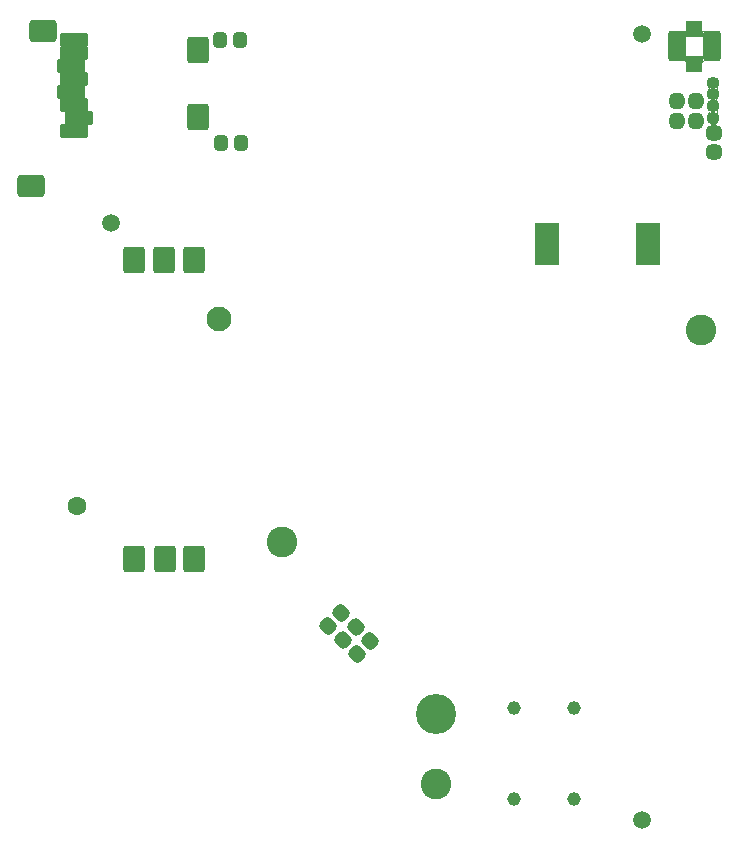
<source format=gbr>
G04 #@! TF.GenerationSoftware,KiCad,Pcbnew,6.0.0+dfsg1-2*
G04 #@! TF.CreationDate,2022-02-08T13:12:28-05:00*
G04 #@! TF.ProjectId,RUSP_Daughterboard,52555350-5f44-4617-9567-68746572626f,rev?*
G04 #@! TF.SameCoordinates,Original*
G04 #@! TF.FileFunction,Soldermask,Top*
G04 #@! TF.FilePolarity,Negative*
%FSLAX46Y46*%
G04 Gerber Fmt 4.6, Leading zero omitted, Abs format (unit mm)*
G04 Created by KiCad (PCBNEW 6.0.0+dfsg1-2) date 2022-02-08 13:12:28*
%MOMM*%
%LPD*%
G01*
G04 APERTURE LIST*
G04 Aperture macros list*
%AMRoundRect*
0 Rectangle with rounded corners*
0 $1 Rounding radius*
0 $2 $3 $4 $5 $6 $7 $8 $9 X,Y pos of 4 corners*
0 Add a 4 corners polygon primitive as box body*
4,1,4,$2,$3,$4,$5,$6,$7,$8,$9,$2,$3,0*
0 Add four circle primitives for the rounded corners*
1,1,$1+$1,$2,$3*
1,1,$1+$1,$4,$5*
1,1,$1+$1,$6,$7*
1,1,$1+$1,$8,$9*
0 Add four rect primitives between the rounded corners*
20,1,$1+$1,$2,$3,$4,$5,0*
20,1,$1+$1,$4,$5,$6,$7,0*
20,1,$1+$1,$6,$7,$8,$9,0*
20,1,$1+$1,$8,$9,$2,$3,0*%
G04 Aperture macros list end*
%ADD10RoundRect,0.400000X0.200000X0.275000X-0.200000X0.275000X-0.200000X-0.275000X0.200000X-0.275000X0*%
%ADD11RoundRect,0.418750X-0.026517X0.335876X-0.335876X0.026517X0.026517X-0.335876X0.335876X-0.026517X0*%
%ADD12RoundRect,0.425000X-0.017678X0.335876X-0.335876X0.017678X0.017678X-0.335876X0.335876X-0.017678X0*%
%ADD13C,2.600000*%
%ADD14C,1.500000*%
%ADD15RoundRect,0.200000X-1.000000X0.400000X-1.000000X-0.400000X1.000000X-0.400000X1.000000X0.400000X0*%
%ADD16RoundRect,0.200000X-0.700000X0.900000X-0.700000X-0.900000X0.700000X-0.900000X0.700000X0.900000X0*%
%ADD17RoundRect,0.200000X-0.950000X0.700000X-0.950000X-0.700000X0.950000X-0.700000X0.950000X0.700000X0*%
%ADD18C,3.400000*%
%ADD19RoundRect,0.200000X0.700000X0.900000X-0.700000X0.900000X-0.700000X-0.900000X0.700000X-0.900000X0*%
%ADD20C,1.600000*%
%ADD21C,2.100000*%
%ADD22RoundRect,0.340000X0.170000X-0.140000X0.170000X0.140000X-0.170000X0.140000X-0.170000X-0.140000X0*%
%ADD23RoundRect,0.418750X0.218750X0.256250X-0.218750X0.256250X-0.218750X-0.256250X0.218750X-0.256250X0*%
%ADD24RoundRect,0.418750X0.256250X-0.218750X0.256250X0.218750X-0.256250X0.218750X-0.256250X-0.218750X0*%
%ADD25RoundRect,0.200000X-0.500000X-0.500000X0.500000X-0.500000X0.500000X0.500000X-0.500000X0.500000X0*%
%ADD26RoundRect,0.200000X-0.525000X-1.100000X0.525000X-1.100000X0.525000X1.100000X-0.525000X1.100000X0*%
%ADD27RoundRect,0.200000X0.850000X1.600000X-0.850000X1.600000X-0.850000X-1.600000X0.850000X-1.600000X0*%
%ADD28C,1.160000*%
G04 APERTURE END LIST*
D10*
X137525000Y-79700000D03*
X135875000Y-79700000D03*
X137440000Y-71000000D03*
X135790000Y-71000000D03*
D11*
X147246847Y-120653153D03*
X146133153Y-121766847D03*
D12*
X146028008Y-119451992D03*
X144931992Y-120548008D03*
X148428008Y-121881992D03*
X147331992Y-122978008D03*
D13*
X141000000Y-113500000D03*
D14*
X171500000Y-70500000D03*
X126500000Y-86500000D03*
D15*
X123375000Y-78690000D03*
X123775000Y-77590000D03*
X123375000Y-76490000D03*
X123175000Y-75390000D03*
X123375000Y-74290000D03*
X123175000Y-73190000D03*
X123375000Y-72090000D03*
X123375000Y-70990000D03*
D16*
X133925000Y-71800000D03*
X133925000Y-77500000D03*
D17*
X120775000Y-70200000D03*
X119775000Y-83350000D03*
D13*
X176500000Y-95500000D03*
D18*
X154000000Y-128000000D03*
D13*
X154000000Y-134000000D03*
D14*
X171500000Y-137000000D03*
D19*
X128480000Y-89613500D03*
X131020000Y-89613500D03*
X133560000Y-89613500D03*
X128480000Y-114886500D03*
X131083500Y-114886500D03*
X133560000Y-114886500D03*
D20*
X123670000Y-110380000D03*
D21*
X135645000Y-94575000D03*
D22*
X177530000Y-75530000D03*
X177530000Y-74570000D03*
D23*
X176047500Y-76100000D03*
X174472500Y-76100000D03*
D22*
X177520000Y-77555000D03*
X177520000Y-76595000D03*
D24*
X177580000Y-80447500D03*
X177580000Y-78872500D03*
D23*
X176037500Y-77800000D03*
X174462500Y-77800000D03*
D25*
X175900000Y-73000000D03*
X175900000Y-70000000D03*
D26*
X177375000Y-71500000D03*
X174425000Y-71500000D03*
D27*
X171950000Y-88200000D03*
X163450000Y-88200000D03*
D28*
X165740000Y-135200000D03*
X160660000Y-135200000D03*
X160660000Y-127500000D03*
X165740000Y-127500000D03*
G36*
X177863069Y-77982643D02*
G01*
X177863914Y-77984455D01*
X177863110Y-77985890D01*
X177849628Y-77995848D01*
X177849103Y-77996126D01*
X177840242Y-77999237D01*
X177783765Y-78039839D01*
X177758316Y-78104252D01*
X177771729Y-78172198D01*
X177819813Y-78222172D01*
X177866146Y-78237515D01*
X177935171Y-78245868D01*
X177935667Y-78245994D01*
X177947351Y-78250620D01*
X177948594Y-78252188D01*
X177947857Y-78254047D01*
X177946302Y-78254455D01*
X177836095Y-78237000D01*
X177323905Y-78237000D01*
X177213700Y-78254455D01*
X177211833Y-78253739D01*
X177211520Y-78251763D01*
X177212651Y-78250620D01*
X177236519Y-78241170D01*
X177291360Y-78198381D01*
X177314261Y-78133020D01*
X177298189Y-78065653D01*
X177251120Y-78020429D01*
X177250564Y-78018508D01*
X177251950Y-78017066D01*
X177253351Y-78017174D01*
X177262569Y-78021472D01*
X177350132Y-78033000D01*
X177689868Y-78033000D01*
X177777431Y-78021472D01*
X177861077Y-77982468D01*
X177863069Y-77982643D01*
G37*
G36*
X177946383Y-76953559D02*
G01*
X177946060Y-76955265D01*
X177931033Y-76975610D01*
X177930955Y-76975689D01*
X177888759Y-77031307D01*
X177883376Y-77100357D01*
X177916280Y-77161547D01*
X177930691Y-77174035D01*
X177930685Y-77174042D01*
X177931033Y-77174390D01*
X177946060Y-77194735D01*
X177946284Y-77196722D01*
X177944676Y-77197910D01*
X177943037Y-77197337D01*
X177883852Y-77138152D01*
X177777431Y-77088528D01*
X177689739Y-77076983D01*
X177688152Y-77075765D01*
X177688413Y-77073782D01*
X177689739Y-77073017D01*
X177777431Y-77061472D01*
X177883852Y-77011848D01*
X177943037Y-76952663D01*
X177944969Y-76952145D01*
X177946383Y-76953559D01*
G37*
G36*
X177096963Y-76952663D02*
G01*
X177156148Y-77011848D01*
X177262569Y-77061472D01*
X177350261Y-77073017D01*
X177351848Y-77074235D01*
X177351587Y-77076218D01*
X177350261Y-77076983D01*
X177262569Y-77088528D01*
X177156148Y-77138152D01*
X177096963Y-77197337D01*
X177095031Y-77197855D01*
X177093617Y-77196441D01*
X177093940Y-77194735D01*
X177108967Y-77174390D01*
X177109045Y-77174311D01*
X177151241Y-77118693D01*
X177156624Y-77049643D01*
X177123720Y-76988453D01*
X177109309Y-76975965D01*
X177109315Y-76975958D01*
X177108967Y-76975610D01*
X177093940Y-76955265D01*
X177093716Y-76953278D01*
X177095324Y-76952090D01*
X177096963Y-76952663D01*
G37*
G36*
X177188484Y-75957263D02*
G01*
X177272569Y-75996472D01*
X177360132Y-76008000D01*
X177699868Y-76008000D01*
X177787431Y-75996472D01*
X177871074Y-75957469D01*
X177873066Y-75957644D01*
X177873911Y-75959456D01*
X177873107Y-75960891D01*
X177864721Y-75967085D01*
X177822679Y-76022499D01*
X177817295Y-76091549D01*
X177850198Y-76152738D01*
X177863671Y-76164412D01*
X177864325Y-76166302D01*
X177863015Y-76167814D01*
X177861516Y-76167737D01*
X177777431Y-76128528D01*
X177689868Y-76117000D01*
X177350132Y-76117000D01*
X177262569Y-76128528D01*
X177178926Y-76167531D01*
X177176934Y-76167356D01*
X177176089Y-76165544D01*
X177176893Y-76164109D01*
X177185279Y-76157915D01*
X177227321Y-76102501D01*
X177232705Y-76033451D01*
X177199802Y-75972262D01*
X177186329Y-75960588D01*
X177185675Y-75958698D01*
X177186985Y-75957186D01*
X177188484Y-75957263D01*
G37*
G36*
X177956383Y-74928559D02*
G01*
X177956060Y-74930265D01*
X177941033Y-74950610D01*
X177940955Y-74950689D01*
X177898759Y-75006307D01*
X177893376Y-75075357D01*
X177926280Y-75136547D01*
X177940691Y-75149035D01*
X177940685Y-75149042D01*
X177941033Y-75149390D01*
X177956060Y-75169735D01*
X177956284Y-75171722D01*
X177954676Y-75172910D01*
X177953037Y-75172337D01*
X177893852Y-75113152D01*
X177787431Y-75063528D01*
X177699739Y-75051983D01*
X177698152Y-75050765D01*
X177698413Y-75048782D01*
X177699739Y-75048017D01*
X177787431Y-75036472D01*
X177893852Y-74986848D01*
X177953037Y-74927663D01*
X177954969Y-74927145D01*
X177956383Y-74928559D01*
G37*
G36*
X177106963Y-74927663D02*
G01*
X177166148Y-74986848D01*
X177272569Y-75036472D01*
X177360261Y-75048017D01*
X177361848Y-75049235D01*
X177361587Y-75051218D01*
X177360261Y-75051983D01*
X177272569Y-75063528D01*
X177166148Y-75113152D01*
X177106963Y-75172337D01*
X177105031Y-75172855D01*
X177103617Y-75171441D01*
X177103940Y-75169735D01*
X177118967Y-75149390D01*
X177119045Y-75149311D01*
X177161241Y-75093693D01*
X177166624Y-75024643D01*
X177133720Y-74963453D01*
X177119309Y-74950965D01*
X177119315Y-74950958D01*
X177118967Y-74950610D01*
X177103940Y-74930265D01*
X177103716Y-74928278D01*
X177105324Y-74927090D01*
X177106963Y-74927663D01*
G37*
G36*
X176651243Y-72203580D02*
G01*
X176652000Y-72205147D01*
X176652000Y-72599801D01*
X176667109Y-72675758D01*
X176710021Y-72739979D01*
X176767086Y-72778109D01*
X176767971Y-72779903D01*
X176766860Y-72781566D01*
X176765675Y-72781749D01*
X176708471Y-72773061D01*
X176645245Y-72801332D01*
X176607260Y-72859421D01*
X176601979Y-72895145D01*
X176600736Y-72896713D01*
X176598757Y-72896420D01*
X176598000Y-72894853D01*
X176598000Y-72500199D01*
X176582891Y-72424242D01*
X176539979Y-72360021D01*
X176482914Y-72321891D01*
X176482029Y-72320097D01*
X176483140Y-72318434D01*
X176484325Y-72318251D01*
X176541529Y-72326939D01*
X176604755Y-72298668D01*
X176642740Y-72240579D01*
X176648021Y-72204855D01*
X176649264Y-72203287D01*
X176651243Y-72203580D01*
G37*
G36*
X175151919Y-72204577D02*
G01*
X175171596Y-72271592D01*
X175223939Y-72316947D01*
X175292638Y-72326824D01*
X175310728Y-72321435D01*
X175312673Y-72321899D01*
X175313244Y-72323816D01*
X175312410Y-72325015D01*
X175260021Y-72360021D01*
X175217109Y-72424242D01*
X175202000Y-72500199D01*
X175202000Y-72894860D01*
X175201000Y-72896592D01*
X175199000Y-72896592D01*
X175198081Y-72895423D01*
X175178404Y-72828408D01*
X175126061Y-72783053D01*
X175057362Y-72773176D01*
X175039272Y-72778565D01*
X175037327Y-72778101D01*
X175036756Y-72776184D01*
X175037590Y-72774985D01*
X175089979Y-72739979D01*
X175132891Y-72675758D01*
X175148000Y-72599801D01*
X175148000Y-72205140D01*
X175149000Y-72203408D01*
X175151000Y-72203408D01*
X175151919Y-72204577D01*
G37*
G36*
X175201243Y-70103580D02*
G01*
X175202000Y-70105147D01*
X175202000Y-70499801D01*
X175217109Y-70575758D01*
X175260021Y-70639979D01*
X175317086Y-70678109D01*
X175317971Y-70679903D01*
X175316860Y-70681566D01*
X175315675Y-70681749D01*
X175258471Y-70673061D01*
X175195245Y-70701332D01*
X175157260Y-70759421D01*
X175151979Y-70795145D01*
X175150736Y-70796713D01*
X175148757Y-70796420D01*
X175148000Y-70794853D01*
X175148000Y-70400199D01*
X175132891Y-70324242D01*
X175089979Y-70260021D01*
X175032914Y-70221891D01*
X175032029Y-70220097D01*
X175033140Y-70218434D01*
X175034325Y-70218251D01*
X175091529Y-70226939D01*
X175154755Y-70198668D01*
X175192740Y-70140579D01*
X175198021Y-70104855D01*
X175199264Y-70103287D01*
X175201243Y-70103580D01*
G37*
G36*
X176601919Y-70104577D02*
G01*
X176621596Y-70171592D01*
X176673939Y-70216947D01*
X176742638Y-70226824D01*
X176760728Y-70221435D01*
X176762673Y-70221899D01*
X176763244Y-70223816D01*
X176762410Y-70225015D01*
X176710021Y-70260021D01*
X176667109Y-70324242D01*
X176652000Y-70400199D01*
X176652000Y-70794860D01*
X176651000Y-70796592D01*
X176649000Y-70796592D01*
X176648081Y-70795423D01*
X176628404Y-70728408D01*
X176576061Y-70683053D01*
X176507362Y-70673176D01*
X176489272Y-70678565D01*
X176487327Y-70678101D01*
X176486756Y-70676184D01*
X176487590Y-70674985D01*
X176539979Y-70639979D01*
X176582891Y-70575758D01*
X176598000Y-70499801D01*
X176598000Y-70105140D01*
X176599000Y-70103408D01*
X176601000Y-70103408D01*
X176601919Y-70104577D01*
G37*
M02*

</source>
